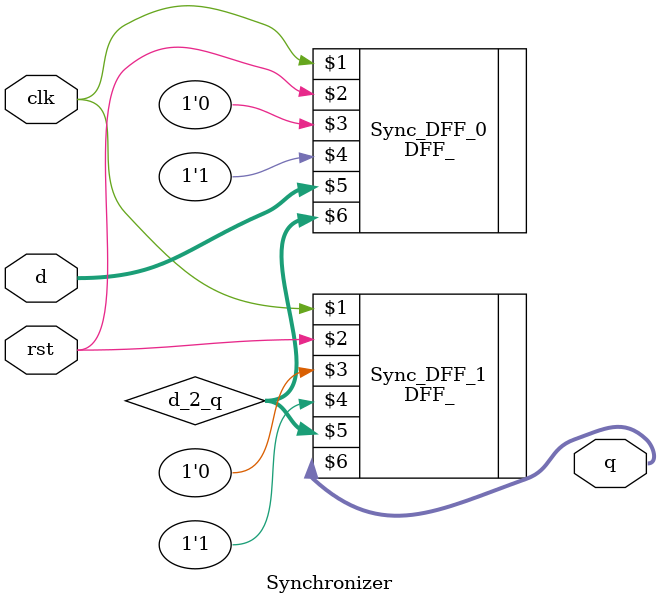
<source format=v>
`timescale 1ns/10ps

module Synchronizer
#(
	 parameter	WIDTH	= 8
)
(
	 clk
	,rst
	,d
	,q
);

input				clk;
input				rst;
input	[WIDTH-1:0]	d;
output	[WIDTH-1:0]	q;

wire	[WIDTH-1:0]	d_2_q;

DFF_ #(WIDTH) Sync_DFF_0(clk, rst, 1'd0, 1'd1, d, d_2_q);
DFF_ #(WIDTH) Sync_DFF_1(clk, rst, 1'd0, 1'd1, d_2_q, q);

endmodule
</source>
